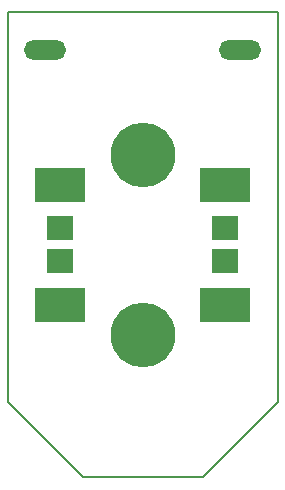
<source format=gbs>
G04 #@! TF.FileFunction,Soldermask,Bot*
%FSLAX46Y46*%
G04 Gerber Fmt 4.6, Leading zero omitted, Abs format (unit mm)*
G04 Created by KiCad (PCBNEW (2016-05-03 BZR 6266)-product) date Mon Jul 11 05:07:49 2016*
%MOMM*%
%LPD*%
G01*
G04 APERTURE LIST*
%ADD10C,0.350000*%
%ADD11C,0.150000*%
%ADD12C,5.480000*%
%ADD13R,4.210000X2.940000*%
%ADD14O,3.575000X1.670000*%
%ADD15R,2.200000X2.000000*%
G04 APERTURE END LIST*
D10*
D11*
X152400000Y-85090000D02*
X152400000Y-118110000D01*
X129540000Y-85090000D02*
X152400000Y-85090000D01*
X129540000Y-118110000D02*
X129540000Y-85090000D01*
X146050000Y-124460000D02*
X135890000Y-124460000D01*
X152400000Y-118110000D02*
X146050000Y-124460000D01*
X129540000Y-118110000D02*
X135890000Y-124460000D01*
D12*
X140970000Y-112395000D03*
X140970000Y-97155000D03*
D13*
X133985000Y-99695000D03*
X133985000Y-109855000D03*
X147955000Y-99695000D03*
X147955000Y-109855000D03*
D14*
X132715000Y-88265000D03*
X149225000Y-88265000D03*
D15*
X147955000Y-103375000D03*
X147955000Y-106175000D03*
X133985000Y-103375000D03*
X133985000Y-106175000D03*
M02*

</source>
